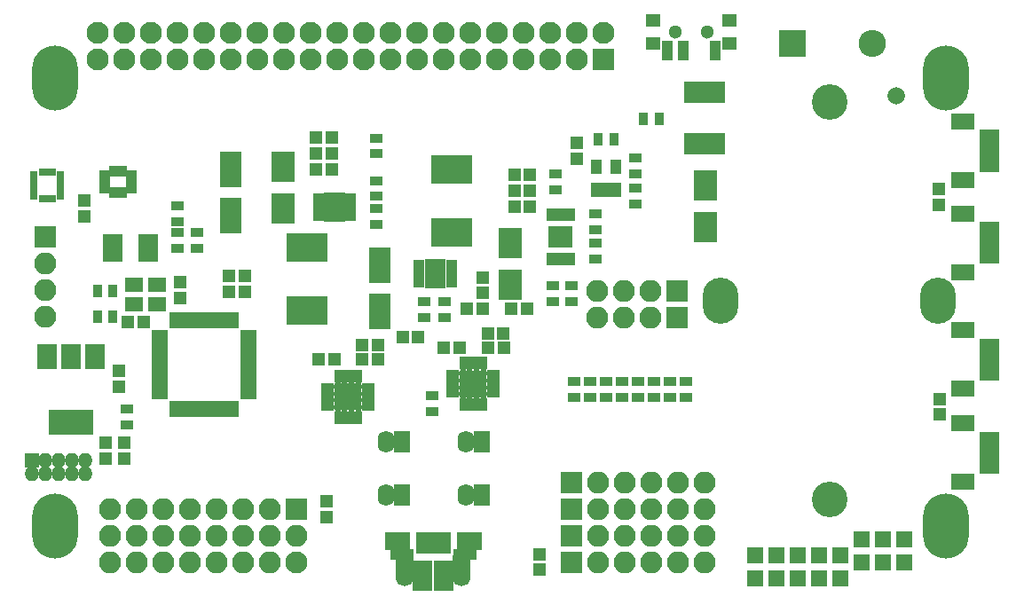
<source format=gbr>
G04 #@! TF.GenerationSoftware,KiCad,Pcbnew,(5.0.0)*
G04 #@! TF.CreationDate,2020-08-12T20:03:18-04:00*
G04 #@! TF.ProjectId,Temple_RPi_HAT,54656D706C655F5250695F4841542E6B,rev?*
G04 #@! TF.SameCoordinates,Original*
G04 #@! TF.FileFunction,Soldermask,Top*
G04 #@! TF.FilePolarity,Negative*
%FSLAX46Y46*%
G04 Gerber Fmt 4.6, Leading zero omitted, Abs format (unit mm)*
G04 Created by KiCad (PCBNEW (5.0.0)) date 08/12/20 20:03:18*
%MOMM*%
%LPD*%
G01*
G04 APERTURE LIST*
%ADD10O,2.100000X2.100000*%
%ADD11R,2.100000X2.100000*%
%ADD12C,2.100000*%
%ADD13R,0.750000X1.225000*%
%ADD14C,0.750000*%
%ADD15R,1.225000X0.750000*%
%ADD16R,2.500000X2.500000*%
%ADD17C,1.000000*%
%ADD18R,1.600000X2.100000*%
%ADD19O,1.600000X2.100000*%
%ADD20R,1.600000X1.600000*%
%ADD21O,4.400000X6.200000*%
%ADD22R,0.705000X1.290000*%
%ADD23R,1.340000X1.240000*%
%ADD24R,3.900000X2.000000*%
%ADD25R,3.900000X2.750000*%
%ADD26R,2.600000X2.600000*%
%ADD27O,2.600000X2.600000*%
%ADD28R,1.050000X0.700000*%
%ADD29R,1.175000X1.640000*%
%ADD30R,2.200000X2.900000*%
%ADD31C,1.300000*%
%ADD32R,1.100000X1.900000*%
%ADD33R,1.400000X1.200000*%
%ADD34R,1.050000X1.460000*%
%ADD35R,4.200000X2.400000*%
%ADD36R,1.900000X2.400000*%
%ADD37C,3.400000*%
%ADD38C,1.670000*%
%ADD39O,3.400000X4.400000*%
%ADD40R,2.200000X1.600000*%
%ADD41R,1.950000X1.000000*%
%ADD42R,1.825000X2.900000*%
%ADD43R,2.225000X1.100000*%
%ADD44O,1.700000X3.550000*%
%ADD45R,0.800000X2.150000*%
%ADD46R,2.400000X1.800000*%
%ADD47R,1.400000X1.400000*%
%ADD48O,1.400000X1.400000*%
%ADD49R,0.900000X1.300000*%
%ADD50R,1.300000X0.900000*%
%ADD51R,1.200000X1.150000*%
%ADD52R,1.150000X1.200000*%
%ADD53R,2.000000X3.400000*%
%ADD54R,0.755600X0.654000*%
%ADD55R,0.654000X0.755600*%
%ADD56R,1.962100X0.755600*%
%ADD57R,1.075000X0.650000*%
%ADD58R,0.650000X1.075000*%
%ADD59R,1.700000X1.400000*%
%ADD60R,1.600000X1.000000*%
%ADD61R,1.000000X1.600000*%
G04 APERTURE END LIST*
D10*
G04 #@! TO.C,J3*
X80535000Y-172210000D03*
X83075000Y-172210000D03*
X85615000Y-172210000D03*
X88155000Y-172210000D03*
X90695000Y-172210000D03*
X93235000Y-172210000D03*
X95775000Y-172210000D03*
D11*
X98315000Y-172210000D03*
D10*
X80535000Y-174750000D03*
X83075000Y-174750000D03*
X85615000Y-174750000D03*
X88155000Y-174750000D03*
X90695000Y-174750000D03*
X93235000Y-174750000D03*
X95775000Y-174750000D03*
X98315000Y-174750000D03*
D12*
X98315000Y-177290000D03*
D10*
X95775000Y-177290000D03*
X93235000Y-177290000D03*
X90695000Y-177290000D03*
X88155000Y-177290000D03*
X85615000Y-177290000D03*
X83075000Y-177290000D03*
X80535000Y-177290000D03*
G04 #@! TD*
D13*
G04 #@! TO.C,U10*
X102254000Y-163478000D03*
D14*
X102254000Y-163065500D03*
D13*
X102904000Y-163478000D03*
D14*
X102904000Y-163065500D03*
D13*
X103554000Y-163478000D03*
D14*
X103554000Y-163065500D03*
D13*
X104204000Y-163478000D03*
D14*
X104204000Y-163065500D03*
D15*
X105216500Y-162465500D03*
D14*
X104804000Y-162465500D03*
D15*
X105216500Y-161815500D03*
D14*
X104804000Y-161815500D03*
D15*
X105216500Y-161165500D03*
D14*
X104804000Y-161165500D03*
D15*
X105216500Y-160515500D03*
D14*
X104804000Y-160515500D03*
D13*
X104204000Y-159503000D03*
D14*
X104204000Y-159915500D03*
D13*
X103554000Y-159503000D03*
D14*
X103554000Y-159915500D03*
D13*
X102904000Y-159503000D03*
D14*
X102904000Y-159915500D03*
D13*
X102254000Y-159503000D03*
D14*
X102254000Y-159915500D03*
D15*
X101241500Y-160515500D03*
D14*
X101654000Y-160515500D03*
D15*
X101241500Y-161165500D03*
D14*
X101654000Y-161165500D03*
D15*
X101241500Y-161815500D03*
D14*
X101654000Y-161815500D03*
D15*
X101241500Y-162465500D03*
D14*
X101654000Y-162465500D03*
D16*
X103229000Y-161490500D03*
D17*
X103229000Y-161490500D03*
X102479000Y-162240500D03*
X102479000Y-160740500D03*
X103979000Y-162240500D03*
X103979000Y-160740500D03*
G04 #@! TD*
D18*
G04 #@! TO.C,M1*
X108361000Y-165797000D03*
D19*
X106861000Y-165797000D03*
G04 #@! TD*
D18*
G04 #@! TO.C,M2*
X108361000Y-170877000D03*
D19*
X106861000Y-170877000D03*
G04 #@! TD*
D20*
G04 #@! TO.C,D1*
X156315000Y-175090000D03*
X156315000Y-177290000D03*
G04 #@! TD*
D11*
G04 #@! TO.C,J1*
X134606000Y-151382000D03*
D10*
X132066000Y-151382000D03*
X129526000Y-151382000D03*
X126986000Y-151382000D03*
G04 #@! TD*
D21*
G04 #@! TO.C,MK1*
X75320000Y-173830000D03*
X75320000Y-131030000D03*
X160320000Y-173830000D03*
X160320000Y-131030000D03*
G04 #@! TD*
D22*
G04 #@! TO.C,U6*
X122535000Y-148355000D03*
X123035000Y-148355000D03*
X123535000Y-148355000D03*
X124035000Y-148355000D03*
X124535000Y-148355000D03*
X124535000Y-144145000D03*
X124035000Y-144145000D03*
X123535000Y-144145000D03*
X123035000Y-144145000D03*
X122535000Y-144145000D03*
D23*
X124005000Y-145830000D03*
X123065000Y-145830000D03*
X124005000Y-146670000D03*
X123065000Y-146670000D03*
G04 #@! TD*
D20*
G04 #@! TO.C,D6*
X146155000Y-176614000D03*
X146155000Y-178814000D03*
G04 #@! TD*
G04 #@! TO.C,D7*
X144123000Y-176614000D03*
X144123000Y-178814000D03*
G04 #@! TD*
G04 #@! TO.C,D9*
X142091000Y-176614000D03*
X142091000Y-178814000D03*
G04 #@! TD*
G04 #@! TO.C,D10*
X150219000Y-176614000D03*
X150219000Y-178814000D03*
G04 #@! TD*
D24*
G04 #@! TO.C,F1*
X137265000Y-132432000D03*
X137265000Y-137312000D03*
G04 #@! TD*
D25*
G04 #@! TO.C,L1*
X99292000Y-153287000D03*
X99292000Y-147237000D03*
G04 #@! TD*
G04 #@! TO.C,L2*
X113135000Y-139761500D03*
X113135000Y-145811500D03*
G04 #@! TD*
D18*
G04 #@! TO.C,M3*
X115981000Y-165797000D03*
D19*
X114481000Y-165797000D03*
G04 #@! TD*
D26*
G04 #@! TO.C,SW1*
X145647000Y-127760000D03*
D27*
X153267000Y-127760000D03*
G04 #@! TD*
D28*
G04 #@! TO.C,U4*
X100402500Y-142396000D03*
X100402500Y-142896000D03*
X100402500Y-143396000D03*
X100402500Y-143896000D03*
X100402500Y-144396000D03*
X103502500Y-144396000D03*
X103502500Y-143896000D03*
X103502500Y-143396000D03*
X103502500Y-142896000D03*
X103502500Y-142396000D03*
D29*
X102340000Y-144016000D03*
X102340000Y-142776000D03*
X101565000Y-144016000D03*
X101565000Y-142776000D03*
G04 #@! TD*
D28*
G04 #@! TO.C,U5*
X113097500Y-150731000D03*
X113097500Y-150231000D03*
X113097500Y-149731000D03*
X113097500Y-149231000D03*
X113097500Y-148731000D03*
X109997500Y-148731000D03*
X109997500Y-149231000D03*
X109997500Y-149731000D03*
X109997500Y-150231000D03*
X109997500Y-150731000D03*
D29*
X111160000Y-149111000D03*
X111160000Y-150351000D03*
X111935000Y-149111000D03*
X111935000Y-150351000D03*
G04 #@! TD*
D18*
G04 #@! TO.C,M4*
X115981000Y-170877000D03*
D19*
X114481000Y-170877000D03*
G04 #@! TD*
D20*
G04 #@! TO.C,D2*
X152251000Y-175090000D03*
X152251000Y-177290000D03*
G04 #@! TD*
G04 #@! TO.C,D3*
X154283000Y-175090000D03*
X154283000Y-177290000D03*
G04 #@! TD*
D30*
G04 #@! TO.C,D4*
X97006000Y-139508000D03*
X97006000Y-143508000D03*
G04 #@! TD*
G04 #@! TO.C,D5*
X118723000Y-150810000D03*
X118723000Y-146810000D03*
G04 #@! TD*
G04 #@! TO.C,D8*
X137315000Y-145330000D03*
X137315000Y-141330000D03*
G04 #@! TD*
D11*
G04 #@! TO.C,J2*
X134606000Y-153922000D03*
D10*
X132066000Y-153922000D03*
X129526000Y-153922000D03*
X126986000Y-153922000D03*
G04 #@! TD*
D11*
G04 #@! TO.C,J4*
X124565000Y-177290000D03*
D10*
X127105000Y-177290000D03*
X129645000Y-177290000D03*
X132185000Y-177290000D03*
X134725000Y-177290000D03*
X137265000Y-177290000D03*
G04 #@! TD*
D11*
G04 #@! TO.C,J5*
X124565000Y-174750000D03*
D10*
X127105000Y-174750000D03*
X129645000Y-174750000D03*
X132185000Y-174750000D03*
X134725000Y-174750000D03*
X137265000Y-174750000D03*
G04 #@! TD*
D11*
G04 #@! TO.C,J6*
X124565000Y-172210000D03*
D10*
X127105000Y-172210000D03*
X129645000Y-172210000D03*
X132185000Y-172210000D03*
X134725000Y-172210000D03*
X137265000Y-172210000D03*
G04 #@! TD*
D11*
G04 #@! TO.C,J7*
X124565000Y-169670000D03*
D10*
X127105000Y-169670000D03*
X129645000Y-169670000D03*
X132185000Y-169670000D03*
X134725000Y-169670000D03*
X137265000Y-169670000D03*
G04 #@! TD*
D11*
G04 #@! TO.C,LCD1*
X74315000Y-146210000D03*
D10*
X74315000Y-148750000D03*
X74315000Y-151290000D03*
X74315000Y-153830000D03*
G04 #@! TD*
D12*
G04 #@! TO.C,rpi_Header1*
X104790000Y-126760000D03*
X107330000Y-126760000D03*
X109870000Y-126760000D03*
X112410000Y-126760000D03*
X114950000Y-126760000D03*
X117490000Y-126760000D03*
X120030000Y-126760000D03*
X122570000Y-126760000D03*
X125110000Y-126760000D03*
X127650000Y-126760000D03*
D11*
X127650000Y-129300000D03*
D12*
X125110000Y-129300000D03*
X122570000Y-129300000D03*
X120030000Y-129300000D03*
X117490000Y-129300000D03*
X114950000Y-129300000D03*
X112410000Y-129300000D03*
X109870000Y-129300000D03*
X107330000Y-129300000D03*
X104790000Y-129300000D03*
X102250000Y-129300000D03*
X102250000Y-126760000D03*
X99710000Y-129300000D03*
X99710000Y-126760000D03*
X97170000Y-129300000D03*
X97170000Y-126760000D03*
X94630000Y-129300000D03*
X94630000Y-126760000D03*
X92090000Y-129300000D03*
X92090000Y-126760000D03*
X89550000Y-129300000D03*
X89550000Y-126760000D03*
X87010000Y-129300000D03*
X87010000Y-126760000D03*
X84470000Y-129300000D03*
X84470000Y-126760000D03*
X81930000Y-129300000D03*
X81930000Y-126760000D03*
X79390000Y-129300000D03*
X79390000Y-126760000D03*
G04 #@! TD*
D31*
G04 #@! TO.C,SW2*
X137495000Y-126668000D03*
X134495000Y-126668000D03*
D32*
X138245000Y-128428000D03*
X135245000Y-128428000D03*
X133745000Y-128428000D03*
D33*
X139645000Y-125568000D03*
X132345000Y-125568000D03*
X132345000Y-127778000D03*
X139645000Y-127778000D03*
G04 #@! TD*
D34*
G04 #@! TO.C,U7*
X126917000Y-141730000D03*
X127867000Y-141730000D03*
X128817000Y-141730000D03*
X128817000Y-139530000D03*
X126917000Y-139530000D03*
G04 #@! TD*
D35*
G04 #@! TO.C,U8*
X76815000Y-163930000D03*
D36*
X76815000Y-157630000D03*
X74515000Y-157630000D03*
X79115000Y-157630000D03*
G04 #@! TD*
D13*
G04 #@! TO.C,U9*
X114192000Y-162259500D03*
D14*
X114192000Y-161847000D03*
D13*
X114842000Y-162259500D03*
D14*
X114842000Y-161847000D03*
D13*
X115492000Y-162259500D03*
D14*
X115492000Y-161847000D03*
D13*
X116142000Y-162259500D03*
D14*
X116142000Y-161847000D03*
D15*
X117154500Y-161247000D03*
D14*
X116742000Y-161247000D03*
D15*
X117154500Y-160597000D03*
D14*
X116742000Y-160597000D03*
D15*
X117154500Y-159947000D03*
D14*
X116742000Y-159947000D03*
D15*
X117154500Y-159297000D03*
D14*
X116742000Y-159297000D03*
D13*
X116142000Y-158284500D03*
D14*
X116142000Y-158697000D03*
D13*
X115492000Y-158284500D03*
D14*
X115492000Y-158697000D03*
D13*
X114842000Y-158284500D03*
D14*
X114842000Y-158697000D03*
D13*
X114192000Y-158284500D03*
D14*
X114192000Y-158697000D03*
D15*
X113179500Y-159297000D03*
D14*
X113592000Y-159297000D03*
D15*
X113179500Y-159947000D03*
D14*
X113592000Y-159947000D03*
D15*
X113179500Y-160597000D03*
D14*
X113592000Y-160597000D03*
D15*
X113179500Y-161247000D03*
D14*
X113592000Y-161247000D03*
D16*
X115167000Y-160272000D03*
D17*
X115167000Y-160272000D03*
X114417000Y-161022000D03*
X114417000Y-159522000D03*
X115917000Y-161022000D03*
X115917000Y-159522000D03*
G04 #@! TD*
D37*
G04 #@! TO.C,BH1*
X149165000Y-171315000D03*
X149165000Y-133345000D03*
D38*
X155535000Y-132750000D03*
D39*
X159565000Y-152330000D03*
X138765000Y-152330000D03*
G04 #@! TD*
D40*
G04 #@! TO.C,EN1*
X161909636Y-164016810D03*
X161909636Y-169616810D03*
D41*
X164434636Y-165316810D03*
X164434636Y-166316810D03*
X164434636Y-167316810D03*
X164434636Y-168316810D03*
G04 #@! TD*
D40*
G04 #@! TO.C,EN2*
X161909636Y-155126810D03*
X161909636Y-160726810D03*
D41*
X164434636Y-156426810D03*
X164434636Y-157426810D03*
X164434636Y-158426810D03*
X164434636Y-159426810D03*
G04 #@! TD*
D40*
G04 #@! TO.C,EN3*
X161909636Y-143986810D03*
X161909636Y-149586810D03*
D41*
X164434636Y-145286810D03*
X164434636Y-146286810D03*
X164434636Y-147286810D03*
X164434636Y-148286810D03*
G04 #@! TD*
D40*
G04 #@! TO.C,EN4*
X161909636Y-135211810D03*
X161909636Y-140811810D03*
D41*
X164434636Y-136511810D03*
X164434636Y-137511810D03*
X164434636Y-138511810D03*
X164434636Y-139511810D03*
G04 #@! TD*
D42*
G04 #@! TO.C,J8*
X110376000Y-178532000D03*
D43*
X114366000Y-176572000D03*
D44*
X114101000Y-177802000D03*
D45*
X112676000Y-175457000D03*
X112026000Y-175457000D03*
X111376000Y-175457000D03*
X110726000Y-175457000D03*
D46*
X114801000Y-175252000D03*
D45*
X110076000Y-175457000D03*
D46*
X107951000Y-175252000D03*
D44*
X108651000Y-177802000D03*
D43*
X108386000Y-176572000D03*
D42*
X112376000Y-178532000D03*
G04 #@! TD*
D20*
G04 #@! TO.C,D11*
X148187000Y-176614000D03*
X148187000Y-178814000D03*
G04 #@! TD*
D47*
G04 #@! TO.C,J9*
X73065000Y-167580000D03*
D48*
X73065000Y-168850000D03*
X74335000Y-167580000D03*
X74335000Y-168850000D03*
X75605000Y-167580000D03*
X75605000Y-168850000D03*
X76875000Y-167580000D03*
X76875000Y-168850000D03*
X78145000Y-167580000D03*
X78145000Y-168850000D03*
G04 #@! TD*
D49*
G04 #@! TO.C,R1*
X79315000Y-153830000D03*
X80815000Y-153830000D03*
G04 #@! TD*
G04 #@! TO.C,R2*
X79315000Y-151390000D03*
X80815000Y-151390000D03*
G04 #@! TD*
D50*
G04 #@! TO.C,R3*
X135487000Y-161542000D03*
X135487000Y-160042000D03*
G04 #@! TD*
G04 #@! TO.C,R4*
X129391000Y-160042000D03*
X129391000Y-161542000D03*
G04 #@! TD*
G04 #@! TO.C,R5*
X82147000Y-164185000D03*
X82147000Y-162685000D03*
G04 #@! TD*
G04 #@! TO.C,R29*
X132439000Y-161542000D03*
X132439000Y-160042000D03*
G04 #@! TD*
G04 #@! TO.C,R30*
X105896000Y-142353000D03*
X105896000Y-140853000D03*
G04 #@! TD*
G04 #@! TO.C,R31*
X105896000Y-145008000D03*
X105896000Y-143508000D03*
G04 #@! TD*
G04 #@! TO.C,R32*
X112415000Y-152430000D03*
X112415000Y-153930000D03*
G04 #@! TD*
G04 #@! TO.C,R33*
X110515000Y-153930000D03*
X110515000Y-152430000D03*
G04 #@! TD*
G04 #@! TO.C,R34*
X133963000Y-161542000D03*
X133963000Y-160042000D03*
G04 #@! TD*
G04 #@! TO.C,R35*
X122787000Y-150874000D03*
X122787000Y-152374000D03*
G04 #@! TD*
G04 #@! TO.C,R36*
X124565000Y-150898000D03*
X124565000Y-152398000D03*
G04 #@! TD*
G04 #@! TO.C,R37*
X105896000Y-136801000D03*
X105896000Y-138301000D03*
G04 #@! TD*
D49*
G04 #@! TO.C,R38*
X127129000Y-136904000D03*
X128629000Y-136904000D03*
G04 #@! TD*
D50*
G04 #@! TO.C,R39*
X126851000Y-146834000D03*
X126851000Y-148334000D03*
G04 #@! TD*
G04 #@! TO.C,R40*
X123041000Y-140230000D03*
X123041000Y-141730000D03*
G04 #@! TD*
G04 #@! TO.C,R41*
X126851000Y-144040000D03*
X126851000Y-145540000D03*
G04 #@! TD*
G04 #@! TO.C,R42*
X127867000Y-161542000D03*
X127867000Y-160042000D03*
G04 #@! TD*
G04 #@! TO.C,R43*
X126343000Y-161542000D03*
X126343000Y-160042000D03*
G04 #@! TD*
G04 #@! TO.C,R44*
X130661000Y-141603000D03*
X130661000Y-143103000D03*
G04 #@! TD*
G04 #@! TO.C,R45*
X130661000Y-138706000D03*
X130661000Y-140206000D03*
G04 #@! TD*
G04 #@! TO.C,R46*
X124819000Y-161542000D03*
X124819000Y-160042000D03*
G04 #@! TD*
G04 #@! TO.C,R47*
X130915000Y-161542000D03*
X130915000Y-160042000D03*
G04 #@! TD*
D49*
G04 #@! TO.C,R48*
X131447000Y-134999000D03*
X132947000Y-134999000D03*
G04 #@! TD*
D51*
G04 #@! TO.C,C2*
X101705000Y-136777000D03*
X100205000Y-136777000D03*
G04 #@! TD*
G04 #@! TO.C,C3*
X114565000Y-153080000D03*
X116065000Y-153080000D03*
G04 #@! TD*
G04 #@! TO.C,C4*
X101693000Y-138301000D03*
X100193000Y-138301000D03*
G04 #@! TD*
G04 #@! TO.C,C5*
X120315000Y-153080000D03*
X118815000Y-153080000D03*
G04 #@! TD*
D52*
G04 #@! TO.C,C7*
X116081400Y-150080000D03*
X116081400Y-151580000D03*
G04 #@! TD*
D51*
G04 #@! TO.C,C8*
X109936000Y-155827000D03*
X108436000Y-155827000D03*
G04 #@! TD*
D52*
G04 #@! TO.C,C9*
X125073000Y-137285000D03*
X125073000Y-138785000D03*
G04 #@! TD*
D51*
G04 #@! TO.C,C12*
X119104000Y-143381000D03*
X120604000Y-143381000D03*
G04 #@! TD*
G04 #@! TO.C,C13*
X119116000Y-141857000D03*
X120616000Y-141857000D03*
G04 #@! TD*
G04 #@! TO.C,C14*
X119104000Y-140333000D03*
X120604000Y-140333000D03*
G04 #@! TD*
D53*
G04 #@! TO.C,C10*
X92053000Y-139784000D03*
X92053000Y-144184000D03*
G04 #@! TD*
G04 #@! TO.C,C11*
X106277000Y-153328000D03*
X106277000Y-148928000D03*
G04 #@! TD*
D51*
G04 #@! TO.C,C6*
X101681000Y-139825000D03*
X100181000Y-139825000D03*
G04 #@! TD*
G04 #@! TO.C,C15*
X113897000Y-156843000D03*
X112397000Y-156843000D03*
G04 #@! TD*
G04 #@! TO.C,C16*
X100435000Y-157922500D03*
X101935000Y-157922500D03*
G04 #@! TD*
G04 #@! TO.C,C17*
X118088000Y-156843000D03*
X116588000Y-156843000D03*
G04 #@! TD*
G04 #@! TO.C,C18*
X104586500Y-156525500D03*
X106086500Y-156525500D03*
G04 #@! TD*
G04 #@! TO.C,C19*
X116564000Y-155446000D03*
X118064000Y-155446000D03*
G04 #@! TD*
G04 #@! TO.C,C20*
X104586500Y-157922500D03*
X106086500Y-157922500D03*
G04 #@! TD*
D52*
G04 #@! TO.C,C21*
X159642400Y-141653800D03*
X159642400Y-143153800D03*
G04 #@! TD*
G04 #@! TO.C,C22*
X121555100Y-177989900D03*
X121555100Y-176489900D03*
G04 #@! TD*
G04 #@! TO.C,C23*
X159693200Y-161694400D03*
X159693200Y-163194400D03*
G04 #@! TD*
D50*
G04 #@! TO.C,R8*
X111230000Y-161415000D03*
X111230000Y-162915000D03*
G04 #@! TD*
D52*
G04 #@! TO.C,C1*
X78083000Y-142746000D03*
X78083000Y-144246000D03*
G04 #@! TD*
G04 #@! TO.C,C24*
X91865000Y-149980000D03*
X91865000Y-151480000D03*
G04 #@! TD*
G04 #@! TO.C,C25*
X101165000Y-172980000D03*
X101165000Y-171480000D03*
G04 #@! TD*
G04 #@! TO.C,C26*
X93365000Y-151480000D03*
X93365000Y-149980000D03*
G04 #@! TD*
G04 #@! TO.C,C27*
X81385000Y-160502000D03*
X81385000Y-159002000D03*
G04 #@! TD*
G04 #@! TO.C,C28*
X81893000Y-167384000D03*
X81893000Y-165884000D03*
G04 #@! TD*
G04 #@! TO.C,C29*
X80115000Y-165884000D03*
X80115000Y-167384000D03*
G04 #@! TD*
D54*
G04 #@! TO.C,U1*
X73295000Y-140329999D03*
X73295000Y-140830001D03*
X73295000Y-141330000D03*
X73295000Y-141829999D03*
X73295000Y-142330001D03*
D55*
X74065001Y-142600000D03*
X74565000Y-142600000D03*
X75064999Y-142600000D03*
D54*
X75835000Y-142330001D03*
X75835000Y-141829999D03*
X75835000Y-141330000D03*
X75835000Y-140830001D03*
X75835000Y-140329999D03*
D55*
X75064999Y-140060000D03*
X74565000Y-140060000D03*
X74065001Y-140060000D03*
G04 #@! TD*
D56*
G04 #@! TO.C,U3*
X80824100Y-146330002D03*
X80824100Y-146980000D03*
X80824100Y-147630002D03*
X80824100Y-148280000D03*
X84215000Y-148280000D03*
X84215000Y-147630002D03*
X84215000Y-146980000D03*
X84215000Y-146330002D03*
G04 #@! TD*
D52*
G04 #@! TO.C,C30*
X87215000Y-150530000D03*
X87215000Y-152030000D03*
G04 #@! TD*
D51*
G04 #@! TO.C,C31*
X83715000Y-154330000D03*
X82215000Y-154330000D03*
G04 #@! TD*
D50*
G04 #@! TO.C,R6*
X86965000Y-144780000D03*
X86965000Y-143280000D03*
G04 #@! TD*
G04 #@! TO.C,R7*
X86965000Y-145830000D03*
X86965000Y-147330000D03*
G04 #@! TD*
G04 #@! TO.C,R9*
X88815000Y-147330000D03*
X88815000Y-145830000D03*
G04 #@! TD*
D57*
G04 #@! TO.C,U11*
X82527500Y-140230000D03*
X82527500Y-140730000D03*
X82527500Y-141230000D03*
X82527500Y-141730000D03*
X80002500Y-141730000D03*
X80002500Y-141230000D03*
X80002500Y-140730000D03*
X80002500Y-140230000D03*
D58*
X81765000Y-141992500D03*
X81265000Y-141992500D03*
X80765000Y-141992500D03*
X81765000Y-139967500D03*
X80765000Y-139967500D03*
X81265000Y-139967500D03*
G04 #@! TD*
D59*
G04 #@! TO.C,Y1*
X85015000Y-152630000D03*
X82815000Y-152630000D03*
X82815000Y-150830000D03*
X85015000Y-150830000D03*
G04 #@! TD*
D60*
G04 #@! TO.C,U2*
X93765000Y-155630000D03*
X93765000Y-156430000D03*
X93765000Y-157230000D03*
X93765000Y-158030000D03*
X93765000Y-158830000D03*
X93765000Y-159630000D03*
X93765000Y-160430000D03*
X93765000Y-161230000D03*
D61*
X92315000Y-162680000D03*
X91515000Y-162680000D03*
X90715000Y-162680000D03*
X89915000Y-162680000D03*
X89115000Y-162680000D03*
X88315000Y-162680000D03*
X87515000Y-162680000D03*
X86715000Y-162680000D03*
D60*
X85265000Y-161230000D03*
X85265000Y-160430000D03*
X85265000Y-159630000D03*
X85265000Y-158830000D03*
X85265000Y-158030000D03*
X85265000Y-157230000D03*
X85265000Y-156430000D03*
X85265000Y-155630000D03*
D61*
X86715000Y-154180000D03*
X87515000Y-154180000D03*
X88315000Y-154180000D03*
X89115000Y-154180000D03*
X89915000Y-154180000D03*
X90715000Y-154180000D03*
X91515000Y-154180000D03*
X92315000Y-154180000D03*
G04 #@! TD*
M02*

</source>
